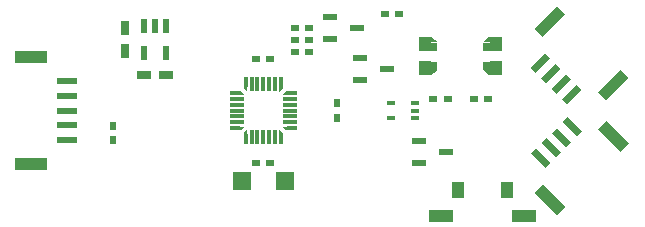
<source format=gbr>
G04 #@! TF.FileFunction,Paste,Bot*
%FSLAX46Y46*%
G04 Gerber Fmt 4.6, Leading zero omitted, Abs format (unit mm)*
G04 Created by KiCad (PCBNEW 4.0.7-e2-6376~58~ubuntu14.04.1) date Wed Aug  8 15:05:29 2018*
%MOMM*%
%LPD*%
G01*
G04 APERTURE LIST*
%ADD10C,0.100000*%
%ADD11R,1.000000X1.400000*%
%ADD12R,2.000000X1.000000*%
%ADD13R,1.600000X0.800000*%
%ADD14R,1.000000X1.200000*%
%ADD15R,0.800000X0.500000*%
%ADD16R,0.500000X0.800000*%
%ADD17R,0.600000X1.200000*%
%ADD18R,0.300000X0.900000*%
%ADD19R,0.300000X1.200000*%
%ADD20R,0.900000X0.300000*%
%ADD21R,1.200000X0.300000*%
%ADD22R,1.700000X0.600000*%
%ADD23R,2.700000X1.000000*%
%ADD24R,1.200000X0.600000*%
%ADD25R,1.600000X1.600000*%
%ADD26R,0.800000X0.300000*%
%ADD27R,0.750000X1.200000*%
%ADD28R,1.200000X0.750000*%
G04 APERTURE END LIST*
D10*
D11*
X133850000Y-87750000D03*
X129650000Y-87750000D03*
D12*
X135250000Y-89900000D03*
X128250000Y-89900000D03*
D13*
X132575000Y-77200000D03*
X132575000Y-75600000D03*
X127175000Y-77200000D03*
X127175000Y-75600000D03*
D14*
X126875000Y-77400000D03*
X126875000Y-75400000D03*
X132875000Y-77400000D03*
X132875000Y-75400000D03*
D10*
G36*
X127325000Y-78000000D02*
X126775000Y-77600000D01*
X127975000Y-77600000D01*
X127425000Y-78000000D01*
X127325000Y-78000000D01*
X127325000Y-78000000D01*
G37*
G36*
X127425000Y-74800000D02*
X127975000Y-75200000D01*
X126775000Y-75200000D01*
X127325000Y-74800000D01*
X127425000Y-74800000D01*
X127425000Y-74800000D01*
G37*
G36*
X132325000Y-78000000D02*
X131775000Y-77600000D01*
X132975000Y-77600000D01*
X132425000Y-78000000D01*
X132325000Y-78000000D01*
X132325000Y-78000000D01*
G37*
G36*
X132425000Y-74800000D02*
X132975000Y-75200000D01*
X131775000Y-75200000D01*
X132325000Y-74800000D01*
X132425000Y-74800000D01*
X132425000Y-74800000D01*
G37*
G36*
X137167068Y-83326687D02*
X138369150Y-84528769D01*
X137944886Y-84953033D01*
X136742804Y-83750951D01*
X137167068Y-83326687D01*
X137167068Y-83326687D01*
G37*
G36*
X136283184Y-84210571D02*
X137485266Y-85412653D01*
X137061002Y-85836917D01*
X135858920Y-84634835D01*
X136283184Y-84210571D01*
X136283184Y-84210571D01*
G37*
G36*
X138050951Y-82442804D02*
X139253033Y-83644886D01*
X138828769Y-84069150D01*
X137626687Y-82867068D01*
X138050951Y-82442804D01*
X138050951Y-82442804D01*
G37*
G36*
X138934835Y-81558920D02*
X140136917Y-82761002D01*
X139712653Y-83185266D01*
X138510571Y-81983184D01*
X138934835Y-81558920D01*
X138934835Y-81558920D01*
G37*
G36*
X136866547Y-87233452D02*
X138775736Y-89142641D01*
X138068629Y-89849748D01*
X136159440Y-87940559D01*
X136866547Y-87233452D01*
X136866547Y-87233452D01*
G37*
G36*
X142240559Y-81859440D02*
X144149748Y-83768629D01*
X143442641Y-84475736D01*
X141533452Y-82566547D01*
X142240559Y-81859440D01*
X142240559Y-81859440D01*
G37*
D15*
X112600000Y-85400000D03*
X113800000Y-85400000D03*
D16*
X100500000Y-82300000D03*
X100500000Y-83500000D03*
D10*
G36*
X137626687Y-79132932D02*
X138828769Y-77930850D01*
X139253033Y-78355114D01*
X138050951Y-79557196D01*
X137626687Y-79132932D01*
X137626687Y-79132932D01*
G37*
G36*
X138510571Y-80016816D02*
X139712653Y-78814734D01*
X140136917Y-79238998D01*
X138934835Y-80441080D01*
X138510571Y-80016816D01*
X138510571Y-80016816D01*
G37*
G36*
X136742804Y-78249049D02*
X137944886Y-77046967D01*
X138369150Y-77471231D01*
X137167068Y-78673313D01*
X136742804Y-78249049D01*
X136742804Y-78249049D01*
G37*
G36*
X135858920Y-77365165D02*
X137061002Y-76163083D01*
X137485266Y-76587347D01*
X136283184Y-77789429D01*
X135858920Y-77365165D01*
X135858920Y-77365165D01*
G37*
G36*
X141533452Y-79433453D02*
X143442641Y-77524264D01*
X144149748Y-78231371D01*
X142240559Y-80140560D01*
X141533452Y-79433453D01*
X141533452Y-79433453D01*
G37*
G36*
X136159440Y-74059441D02*
X138068629Y-72150252D01*
X138775736Y-72857359D01*
X136866547Y-74766548D01*
X136159440Y-74059441D01*
X136159440Y-74059441D01*
G37*
D15*
X124700000Y-72800000D03*
X123500000Y-72800000D03*
X128800000Y-80000000D03*
X127600000Y-80000000D03*
X132200000Y-80000000D03*
X131000000Y-80000000D03*
D17*
X104000000Y-73850000D03*
X103050000Y-73850000D03*
X104950000Y-73850000D03*
X104950000Y-76150000D03*
X103050000Y-76150000D03*
D15*
X113800000Y-76600000D03*
X112600000Y-76600000D03*
D16*
X119400000Y-81600000D03*
X119400000Y-80400000D03*
D18*
X111700000Y-78600000D03*
D19*
X112200000Y-78750000D03*
X112700000Y-78750000D03*
X113200000Y-78750000D03*
X113700000Y-78750000D03*
X114200000Y-78750000D03*
D18*
X114700000Y-78600000D03*
D20*
X115600000Y-79500000D03*
D21*
X115450000Y-80000000D03*
X115450000Y-80500000D03*
X115450000Y-81000000D03*
X115450000Y-81500000D03*
X115450000Y-82000000D03*
D20*
X115600000Y-82500000D03*
D18*
X114700000Y-83400000D03*
D19*
X114200000Y-83250000D03*
X113700000Y-83250000D03*
X113200000Y-83250000D03*
X112700000Y-83250000D03*
X112200000Y-83250000D03*
D18*
X111700000Y-83400000D03*
D20*
X110800000Y-82500000D03*
D21*
X110950000Y-82000000D03*
X110950000Y-81500000D03*
X110950000Y-81000000D03*
X110950000Y-80500000D03*
X110950000Y-80000000D03*
D20*
X110800000Y-79500000D03*
D10*
G36*
X111850000Y-78600000D02*
X111850000Y-79400000D01*
X111550000Y-79100000D01*
X111550000Y-78900000D01*
X111850000Y-78600000D01*
X111850000Y-78600000D01*
G37*
G36*
X111600000Y-79650000D02*
X110800000Y-79650000D01*
X111100000Y-79350000D01*
X111300000Y-79350000D01*
X111600000Y-79650000D01*
X111600000Y-79650000D01*
G37*
G36*
X114800000Y-82350000D02*
X115600000Y-82350000D01*
X115300000Y-82650000D01*
X115100000Y-82650000D01*
X114800000Y-82350000D01*
X114800000Y-82350000D01*
G37*
G36*
X114550000Y-83400000D02*
X114550000Y-82600000D01*
X114850000Y-82900000D01*
X114850000Y-83100000D01*
X114550000Y-83400000D01*
X114550000Y-83400000D01*
G37*
G36*
X114550000Y-79400000D02*
X114550000Y-78600000D01*
X114850000Y-78900000D01*
X114850000Y-79100000D01*
X114550000Y-79400000D01*
X114550000Y-79400000D01*
G37*
G36*
X115600000Y-79650000D02*
X114800000Y-79650000D01*
X115100000Y-79350000D01*
X115300000Y-79350000D01*
X115600000Y-79650000D01*
X115600000Y-79650000D01*
G37*
G36*
X111850000Y-82600000D02*
X111850000Y-83400000D01*
X111550000Y-83100000D01*
X111550000Y-82900000D01*
X111850000Y-82600000D01*
X111850000Y-82600000D01*
G37*
G36*
X110800000Y-82350000D02*
X111600000Y-82350000D01*
X111300000Y-82650000D01*
X111100000Y-82650000D01*
X110800000Y-82350000D01*
X110800000Y-82350000D01*
G37*
D22*
X96600000Y-81000000D03*
X96600000Y-79750000D03*
X96600000Y-82250000D03*
X96600000Y-83500000D03*
D23*
X93550000Y-76500000D03*
X93550000Y-85500000D03*
D22*
X96600000Y-78500000D03*
D24*
X121150000Y-74000000D03*
X118850000Y-74950000D03*
X118850000Y-73050000D03*
X123650000Y-77500000D03*
X121350000Y-78450000D03*
X121350000Y-76550000D03*
X128650000Y-84500000D03*
X126350000Y-85450000D03*
X126350000Y-83550000D03*
D15*
X117100000Y-75000000D03*
X115900000Y-75000000D03*
X117100000Y-74000000D03*
X115900000Y-74000000D03*
X117100000Y-76000000D03*
X115900000Y-76000000D03*
D25*
X111400000Y-87000000D03*
X115000000Y-87000000D03*
D26*
X126000000Y-80350000D03*
X126000000Y-81000000D03*
X126000000Y-81650000D03*
X124000000Y-81650000D03*
X124000000Y-80350000D03*
D27*
X101500000Y-74050000D03*
X101500000Y-75950000D03*
D28*
X103050000Y-78000000D03*
X104950000Y-78000000D03*
M02*

</source>
